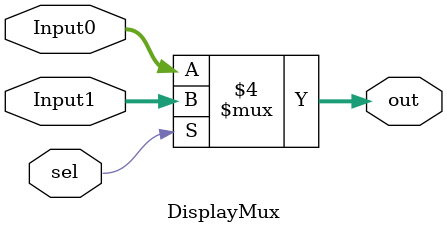
<source format=v>
`timescale 1ns / 1ps
module DisplayMux(
    input [6:0] Input0,
    input [6:0] Input1,
    input sel,
    output reg [6:0] out
    );

always @ (*) 
begin
	if (sel == 0) 
	begin
		out <= Input0;
	end
	else
	begin
		out <= Input1;
	end
end

endmodule

</source>
